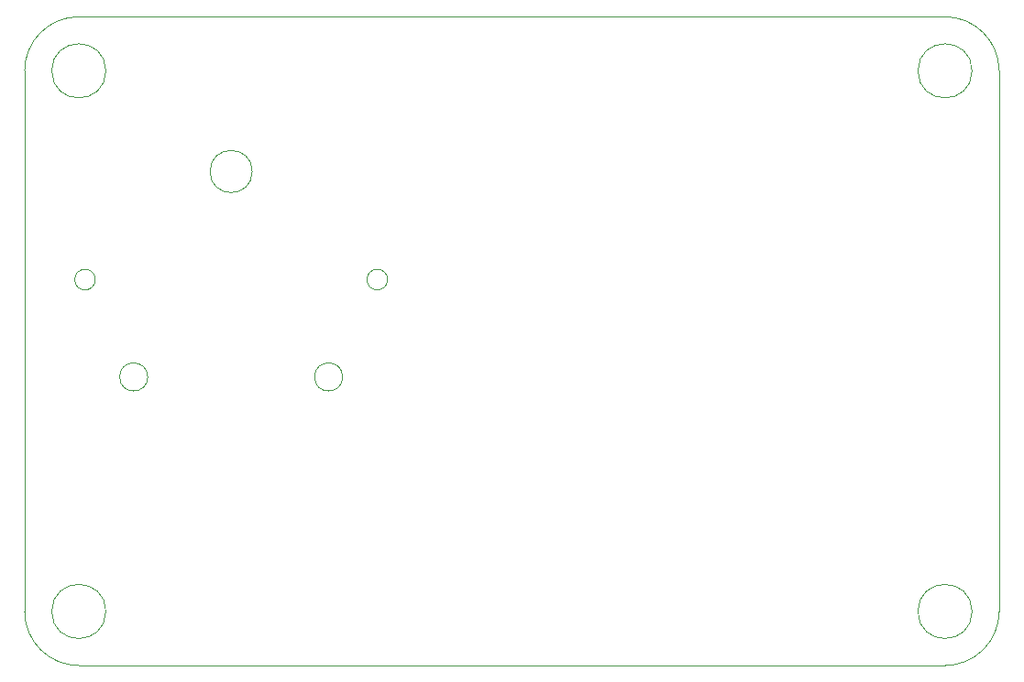
<source format=gbr>
%TF.GenerationSoftware,KiCad,Pcbnew,9.0.6*%
%TF.CreationDate,2026-02-22T18:14:21-08:00*%
%TF.ProjectId,display,64697370-6c61-4792-9e6b-696361645f70,rev?*%
%TF.SameCoordinates,Original*%
%TF.FileFunction,Profile,NP*%
%FSLAX46Y46*%
G04 Gerber Fmt 4.6, Leading zero omitted, Abs format (unit mm)*
G04 Created by KiCad (PCBNEW 9.0.6) date 2026-02-22 18:14:21*
%MOMM*%
%LPD*%
G01*
G04 APERTURE LIST*
%TA.AperFunction,Profile*%
%ADD10C,0.050000*%
%TD*%
G04 APERTURE END LIST*
D10*
X102500000Y-130000000D02*
G75*
G02*
X97500000Y-130000000I-2500000J0D01*
G01*
X97500000Y-130000000D02*
G75*
G02*
X102500000Y-130000000I2500000J0D01*
G01*
X182500000Y-130000000D02*
G75*
G02*
X177500000Y-130000000I-2500000J0D01*
G01*
X177500000Y-130000000D02*
G75*
G02*
X182500000Y-130000000I2500000J0D01*
G01*
X182500000Y-80000000D02*
G75*
G02*
X177500000Y-80000000I-2500000J0D01*
G01*
X177500000Y-80000000D02*
G75*
G02*
X182500000Y-80000000I2500000J0D01*
G01*
X102500000Y-80000000D02*
G75*
G02*
X97500000Y-80000000I-2500000J0D01*
G01*
X97500000Y-80000000D02*
G75*
G02*
X102500000Y-80000000I2500000J0D01*
G01*
X185000000Y-130000000D02*
G75*
G02*
X180000000Y-135000000I-5000000J0D01*
G01*
X100000000Y-135000000D02*
G75*
G02*
X95000000Y-130000000I0J5000000D01*
G01*
X180000000Y-75000000D02*
G75*
G02*
X185000000Y-80000000I0J-5000000D01*
G01*
X95000000Y-80000000D02*
G75*
G02*
X100000000Y-75000000I5000000J0D01*
G01*
X100000000Y-75000000D02*
X180000000Y-75000000D01*
X95000000Y-130000000D02*
X95000000Y-80000000D01*
X180000000Y-135000000D02*
X100000000Y-135000000D01*
X185000000Y-80000000D02*
X185000000Y-130000000D01*
%TO.C,M1*%
X128520000Y-99310000D02*
G75*
G02*
X126620000Y-99310000I-950000J0D01*
G01*
X126620000Y-99310000D02*
G75*
G02*
X128520000Y-99310000I950000J0D01*
G01*
X124370000Y-108310000D02*
G75*
G02*
X121770000Y-108310000I-1300000J0D01*
G01*
X121770000Y-108310000D02*
G75*
G02*
X124370000Y-108310000I1300000J0D01*
G01*
X116020000Y-89310000D02*
G75*
G02*
X112120000Y-89310000I-1950000J0D01*
G01*
X112120000Y-89310000D02*
G75*
G02*
X116020000Y-89310000I1950000J0D01*
G01*
X106370000Y-108310000D02*
G75*
G02*
X103770000Y-108310000I-1300000J0D01*
G01*
X103770000Y-108310000D02*
G75*
G02*
X106370000Y-108310000I1300000J0D01*
G01*
X101520000Y-99310000D02*
G75*
G02*
X99620000Y-99310000I-950000J0D01*
G01*
X99620000Y-99310000D02*
G75*
G02*
X101520000Y-99310000I950000J0D01*
G01*
%TD*%
M02*

</source>
